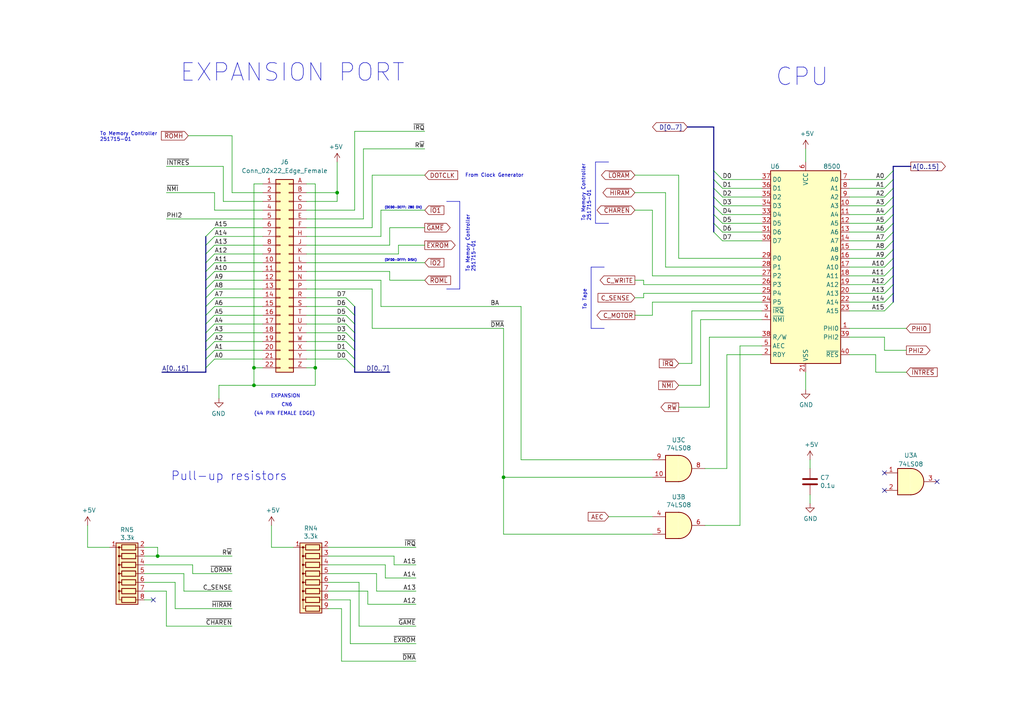
<source format=kicad_sch>
(kicad_sch (version 20230121) (generator eeschema)
  (paper "A4")
  (title_block (title "Commodore C64C - Assy 250469-01 Rev. A") (date "2023-04-02") (rev "2") (company "https://github.com/KicadRetroArchive") (comment 1 "KiCad schematic licensed under CERN-OHL-S") (comment 2 "WARNING: These schematics might contain errors!") (comment 3 "Author: Andrea Cisternino <andrea.cisternino@posteo.net>"))
  (lib_symbols
    (symbol "74xx:74LS08" (pin_names (offset 1.016))
      (property "Reference" "U" (at 0 1.27 0))
      (property "Value" "74LS08" (at 0 -1.27 0))
      (symbol "74LS08_1_1"
        (arc (start 0 -3.81) (mid 3.7934 0) (end 0 3.81) (stroke (width 0.254)) (fill (type background)))
        (polyline (pts (xy 0 3.81) (xy -3.81 3.81) (xy -3.81 -3.81) (xy 0 -3.81)) (stroke (width 0.254)) (fill (type background)))
        (pin input line (at -7.62 2.54 0) (length 3.81) (name "~") (number "1"))
        (pin input line (at -7.62 -2.54 0) (length 3.81) (name "~") (number "2"))
        (pin output line (at 7.62 0 180) (length 3.81) (name "~") (number "3"))
      )
      (symbol "74LS08_1_2"
        (arc (start -3.81 -3.81) (mid -2.589 0) (end -3.81 3.81) (stroke (width 0.254)))
        (arc (start -0.6096 -3.81) (mid 2.1842 -2.5851) (end 3.81 0) (stroke (width 0.254)) (fill (type background)))
        (polyline (pts (xy -3.81 -3.81) (xy -0.635 -3.81)) (stroke (width 0.254)) (fill (type background)))
        (polyline (pts (xy -3.81 3.81) (xy -0.635 3.81)) (stroke (width 0.254)) (fill (type background)))
        (polyline (pts (xy -0.635 3.81) (xy -3.81 3.81) (xy -3.81 3.81) (xy -3.556 3.4036) (xy -3.0226 2.2606) (xy -2.6924 1.0414) (xy -2.6162 -0.254) (xy -2.7686 -1.4986) (xy -3.175 -2.7178) (xy -3.81 -3.81) (xy -3.81 -3.81) (xy -0.635 -3.81)) (stroke (width -25.4)) (fill (type background)))
        (arc (start 3.81 0) (mid 2.1915 2.5936) (end -0.6096 3.81) (stroke (width 0.254)) (fill (type background)))
        (pin input inverted (at -7.62 2.54 0) (length 4.318) (name "~") (number "1"))
        (pin input inverted (at -7.62 -2.54 0) (length 4.318) (name "~") (number "2"))
        (pin output inverted (at 7.62 0 180) (length 3.81) (name "~") (number "3"))
      )
      (symbol "74LS08_2_1"
        (arc (start 0 -3.81) (mid 3.7934 0) (end 0 3.81) (stroke (width 0.254)) (fill (type background)))
        (polyline (pts (xy 0 3.81) (xy -3.81 3.81) (xy -3.81 -3.81) (xy 0 -3.81)) (stroke (width 0.254)) (fill (type background)))
        (pin input line (at -7.62 2.54 0) (length 3.81) (name "~") (number "4"))
        (pin input line (at -7.62 -2.54 0) (length 3.81) (name "~") (number "5"))
        (pin output line (at 7.62 0 180) (length 3.81) (name "~") (number "6"))
      )
      (symbol "74LS08_2_2"
        (arc (start -3.81 -3.81) (mid -2.589 0) (end -3.81 3.81) (stroke (width 0.254)))
        (arc (start -0.6096 -3.81) (mid 2.1842 -2.5851) (end 3.81 0) (stroke (width 0.254)) (fill (type background)))
        (polyline (pts (xy -3.81 -3.81) (xy -0.635 -3.81)) (stroke (width 0.254)) (fill (type background)))
        (polyline (pts (xy -3.81 3.81) (xy -0.635 3.81)) (stroke (width 0.254)) (fill (type background)))
        (polyline (pts (xy -0.635 3.81) (xy -3.81 3.81) (xy -3.81 3.81) (xy -3.556 3.4036) (xy -3.0226 2.2606) (xy -2.6924 1.0414) (xy -2.6162 -0.254) (xy -2.7686 -1.4986) (xy -3.175 -2.7178) (xy -3.81 -3.81) (xy -3.81 -3.81) (xy -0.635 -3.81)) (stroke (width -25.4)) (fill (type background)))
        (arc (start 3.81 0) (mid 2.1915 2.5936) (end -0.6096 3.81) (stroke (width 0.254)) (fill (type background)))
        (pin input inverted (at -7.62 2.54 0) (length 4.318) (name "~") (number "4"))
        (pin input inverted (at -7.62 -2.54 0) (length 4.318) (name "~") (number "5"))
        (pin output inverted (at 7.62 0 180) (length 3.81) (name "~") (number "6"))
      )
      (symbol "74LS08_3_1"
        (arc (start 0 -3.81) (mid 3.7934 0) (end 0 3.81) (stroke (width 0.254)) (fill (type background)))
        (polyline (pts (xy 0 3.81) (xy -3.81 3.81) (xy -3.81 -3.81) (xy 0 -3.81)) (stroke (width 0.254)) (fill (type background)))
        (pin input line (at -7.62 -2.54 0) (length 3.81) (name "~") (number "10"))
        (pin output line (at 7.62 0 180) (length 3.81) (name "~") (number "8"))
        (pin input line (at -7.62 2.54 0) (length 3.81) (name "~") (number "9"))
      )
      (symbol "74LS08_3_2"
        (arc (start -3.81 -3.81) (mid -2.589 0) (end -3.81 3.81) (stroke (width 0.254)))
        (arc (start -0.6096 -3.81) (mid 2.1842 -2.5851) (end 3.81 0) (stroke (width 0.254)) (fill (type background)))
        (polyline (pts (xy -3.81 -3.81) (xy -0.635 -3.81)) (stroke (width 0.254)) (fill (type background)))
        (polyline (pts (xy -3.81 3.81) (xy -0.635 3.81)) (stroke (width 0.254)) (fill (type background)))
        (polyline (pts (xy -0.635 3.81) (xy -3.81 3.81) (xy -3.81 3.81) (xy -3.556 3.4036) (xy -3.0226 2.2606) (xy -2.6924 1.0414) (xy -2.6162 -0.254) (xy -2.7686 -1.4986) (xy -3.175 -2.7178) (xy -3.81 -3.81) (xy -3.81 -3.81) (xy -0.635 -3.81)) (stroke (width -25.4)) (fill (type background)))
        (arc (start 3.81 0) (mid 2.1915 2.5936) (end -0.6096 3.81) (stroke (width 0.254)) (fill (type background)))
        (pin input inverted (at -7.62 -2.54 0) (length 4.318) (name "~") (number "10"))
        (pin output inverted (at 7.62 0 180) (length 3.81) (name "~") (number "8"))
        (pin input inverted (at -7.62 2.54 0) (length 4.318) (name "~") (number "9"))
      )
      (symbol "74LS08_4_1"
        (arc (start 0 -3.81) (mid 3.7934 0) (end 0 3.81) (stroke (width 0.254)) (fill (type background)))
        (polyline (pts (xy 0 3.81) (xy -3.81 3.81) (xy -3.81 -3.81) (xy 0 -3.81)) (stroke (width 0.254)) (fill (type background)))
        (pin output line (at 7.62 0 180) (length 3.81) (name "~") (number "11"))
        (pin input line (at -7.62 2.54 0) (length 3.81) (name "~") (number "12"))
        (pin input line (at -7.62 -2.54 0) (length 3.81) (name "~") (number "13"))
      )
      (symbol "74LS08_4_2"
        (arc (start -3.81 -3.81) (mid -2.589 0) (end -3.81 3.81) (stroke (width 0.254)))
        (arc (start -0.6096 -3.81) (mid 2.1842 -2.5851) (end 3.81 0) (stroke (width 0.254)) (fill (type background)))
        (polyline (pts (xy -3.81 -3.81) (xy -0.635 -3.81)) (stroke (width 0.254)) (fill (type background)))
        (polyline (pts (xy -3.81 3.81) (xy -0.635 3.81)) (stroke (width 0.254)) (fill (type background)))
        (polyline (pts (xy -0.635 3.81) (xy -3.81 3.81) (xy -3.81 3.81) (xy -3.556 3.4036) (xy -3.0226 2.2606) (xy -2.6924 1.0414) (xy -2.6162 -0.254) (xy -2.7686 -1.4986) (xy -3.175 -2.7178) (xy -3.81 -3.81) (xy -3.81 -3.81) (xy -0.635 -3.81)) (stroke (width -25.4)) (fill (type background)))
        (arc (start 3.81 0) (mid 2.1915 2.5936) (end -0.6096 3.81) (stroke (width 0.254)) (fill (type background)))
        (pin output inverted (at 7.62 0 180) (length 3.81) (name "~") (number "11"))
        (pin input inverted (at -7.62 2.54 0) (length 4.318) (name "~") (number "12"))
        (pin input inverted (at -7.62 -2.54 0) (length 4.318) (name "~") (number "13"))
      )
      (symbol "74LS08_5_0"
        (pin power_in line (at 0 12.7 270) (length 5.08) (name "VCC") (number "14"))
        (pin power_in line (at 0 -12.7 90) (length 5.08) (name "GND") (number "7"))
      )
      (symbol "74LS08_5_1"
        (rectangle (start -5.08 7.62) (end 5.08 -7.62) (stroke (width 0.254)) (fill (type background)))
      )
    )
    (symbol "C64-C-250469:Conn_02x22_Edge_Female" (pin_names (offset 1.016) hide)
      (property "Reference" "J" (at 0 27.94 0))
      (property "Value" "Conn_02x22_Edge_Female" (at 0 -30.48 0))
      (symbol "Conn_02x22_Edge_Female_1_1"
        (rectangle (start -2.54 -27.813) (end -1.27 -28.067) (stroke (width 0.1524)))
        (rectangle (start -2.54 -25.273) (end -1.27 -25.527) (stroke (width 0.1524)))
        (rectangle (start -2.54 -22.733) (end -1.27 -22.987) (stroke (width 0.1524)))
        (rectangle (start -2.54 -20.193) (end -1.27 -20.447) (stroke (width 0.1524)))
        (rectangle (start -2.54 -17.653) (end -1.27 -17.907) (stroke (width 0.1524)))
        (rectangle (start -2.54 -15.113) (end -1.27 -15.367) (stroke (width 0.1524)))
        (rectangle (start -2.54 -12.573) (end -1.27 -12.827) (stroke (width 0.1524)))
        (rectangle (start -2.54 -10.033) (end -1.27 -10.287) (stroke (width 0.1524)))
        (rectangle (start -2.54 -7.493) (end -1.27 -7.747) (stroke (width 0.1524)))
        (rectangle (start -2.54 -4.953) (end -1.27 -5.207) (stroke (width 0.1524)))
        (rectangle (start -2.54 -2.413) (end -1.27 -2.667) (stroke (width 0.1524)))
        (rectangle (start -2.54 0.127) (end -1.27 -0.127) (stroke (width 0.1524)))
        (rectangle (start -2.54 2.667) (end -1.27 2.413) (stroke (width 0.1524)))
        (rectangle (start -2.54 5.207) (end -1.27 4.953) (stroke (width 0.1524)))
        (rectangle (start -2.54 7.747) (end -1.27 7.493) (stroke (width 0.1524)))
        (rectangle (start -2.54 10.287) (end -1.27 10.033) (stroke (width 0.1524)))
        (rectangle (start -2.54 12.827) (end -1.27 12.573) (stroke (width 0.1524)))
        (rectangle (start -2.54 15.367) (end -1.27 15.113) (stroke (width 0.1524)))
        (rectangle (start -2.54 17.907) (end -1.27 17.653) (stroke (width 0.1524)))
        (rectangle (start -2.54 20.447) (end -1.27 20.193) (stroke (width 0.1524)))
        (rectangle (start -2.54 22.987) (end -1.27 22.733) (stroke (width 0.1524)))
        (rectangle (start -2.54 25.527) (end -1.27 25.273) (stroke (width 0.1524)))
        (rectangle (start -2.54 26.67) (end 2.54 -29.21) (stroke (width 0.254)) (fill (type background)))
        (rectangle (start 2.54 -27.813) (end 1.27 -28.067) (stroke (width 0.1524)))
        (rectangle (start 2.54 -25.273) (end 1.27 -25.527) (stroke (width 0.1524)))
        (rectangle (start 2.54 -22.733) (end 1.27 -22.987) (stroke (width 0.1524)))
        (rectangle (start 2.54 -20.193) (end 1.27 -20.447) (stroke (width 0.1524)))
        (rectangle (start 2.54 -17.653) (end 1.27 -17.907) (stroke (width 0.1524)))
        (rectangle (start 2.54 -15.113) (end 1.27 -15.367) (stroke (width 0.1524)))
        (rectangle (start 2.54 -12.573) (end 1.27 -12.827) (stroke (width 0.1524)))
        (rectangle (start 2.54 -10.033) (end 1.27 -10.287) (stroke (width 0.1524)))
        (rectangle (start 2.54 -7.493) (end 1.27 -7.747) (stroke (width 0.1524)))
        (rectangle (start 2.54 -4.953) (end 1.27 -5.207) (stroke (width 0.1524)))
        (rectangle (start 2.54 -2.413) (end 1.27 -2.667) (stroke (width 0.1524)))
        (rectangle (start 2.54 0.127) (end 1.27 -0.127) (stroke (width 0.1524)))
        (rectangle (start 2.54 2.667) (end 1.27 2.413) (stroke (width 0.1524)))
        (rectangle (start 2.54 5.207) (end 1.27 4.953) (stroke (width 0.1524)))
        (rectangle (start 2.54 7.747) (end 1.27 7.493) (stroke (width 0.1524)))
        (rectangle (start 2.54 10.287) (end 1.27 10.033) (stroke (width 0.1524)))
        (rectangle (start 2.54 12.827) (end 1.27 12.573) (stroke (width 0.1524)))
        (rectangle (start 2.54 15.367) (end 1.27 15.113) (stroke (width 0.1524)))
        (rectangle (start 2.54 17.907) (end 1.27 17.653) (stroke (width 0.1524)))
        (rectangle (start 2.54 20.447) (end 1.27 20.193) (stroke (width 0.1524)))
        (rectangle (start 2.54 22.987) (end 1.27 22.733) (stroke (width 0.1524)))
        (rectangle (start 2.54 25.527) (end 1.27 25.273) (stroke (width 0.1524)))
        (pin passive line (at -6.35 25.4 0) (length 3.81) (name "Pin_1") (number "1"))
        (pin passive line (at -6.35 2.54 0) (length 3.81) (name "Pin_10") (number "10"))
        (pin passive line (at -6.35 0 0) (length 3.81) (name "Pin_11") (number "11"))
        (pin passive line (at -6.35 -2.54 0) (length 3.81) (name "Pin_12") (number "12"))
        (pin passive line (at -6.35 -5.08 0) (length 3.81) (name "Pin_13") (number "13"))
        (pin passive line (at -6.35 -7.62 0) (length 3.81) (name "Pin_14") (number "14"))
        (pin passive line (at -6.35 -10.16 0) (length 3.81) (name "Pin_15") (number "15"))
        (pin passive line (at -6.35 -12.7 0) (length 3.81) (name "Pin_16") (number "16"))
        (pin passive line (at -6.35 -15.24 0) (length 3.81) (name "Pin_17") (number "17"))
        (pin passive line (at -6.35 -17.78 0) (length 3.81) (name "Pin_18") (number "18"))
        (pin passive line (at -6.35 -20.32 0) (length 3.81) (name "Pin_19") (number "19"))
        (pin passive line (at -6.35 22.86 0) (length 3.81) (name "Pin_2") (number "2"))
        (pin passive line (at -6.35 -22.86 0) (length 3.81) (name "Pin_20") (number "20"))
        (pin passive line (at -6.35 -25.4 0) (length 3.81) (name "Pin_21") (number "21"))
        (pin passive line (at -6.35 -27.94 0) (length 3.81) (name "Pin_22") (number "22"))
        (pin passive line (at -6.35 20.32 0) (length 3.81) (name "Pin_3") (number "3"))
        (pin passive line (at -6.35 17.78 0) (length 3.81) (name "Pin_4") (number "4"))
        (pin passive line (at -6.35 15.24 0) (length 3.81) (name "Pin_5") (number "5"))
        (pin passive line (at -6.35 12.7 0) (length 3.81) (name "Pin_6") (number "6"))
        (pin passive line (at -6.35 10.16 0) (length 3.81) (name "Pin_7") (number "7"))
        (pin passive line (at -6.35 7.62 0) (length 3.81) (name "Pin_8") (number "8"))
        (pin passive line (at -6.35 5.08 0) (length 3.81) (name "Pin_9") (number "9"))
        (pin passive line (at 6.35 25.4 180) (length 3.81) (name "Pin_A") (number "A"))
        (pin passive line (at 6.35 22.86 180) (length 3.81) (name "Pin_B") (number "B"))
        (pin passive line (at 6.35 20.32 180) (length 3.81) (name "Pin_C") (number "C"))
        (pin passive line (at 6.35 17.78 180) (length 3.81) (name "Pin_D") (number "D"))
        (pin passive line (at 6.35 15.24 180) (length 3.81) (name "Pin_E") (number "E"))
        (pin passive line (at 6.35 12.7 180) (length 3.81) (name "Pin_F") (number "F"))
        (pin passive line (at 6.35 10.16 180) (length 3.81) (name "Pin_H") (number "H"))
        (pin passive line (at 6.35 7.62 180) (length 3.81) (name "Pin_J") (number "J"))
        (pin passive line (at 6.35 5.08 180) (length 3.81) (name "Pin_K") (number "K"))
        (pin passive line (at 6.35 2.54 180) (length 3.81) (name "Pin_L") (number "L"))
        (pin passive line (at 6.35 0 180) (length 3.81) (name "Pin_M") (number "M"))
        (pin passive line (at 6.35 -2.54 180) (length 3.81) (name "Pin_N") (number "N"))
        (pin passive line (at 6.35 -5.08 180) (length 3.81) (name "Pin_P") (number "P"))
        (pin passive line (at 6.35 -7.62 180) (length 3.81) (name "Pin_R") (number "R"))
        (pin passive line (at 6.35 -10.16 180) (length 3.81) (name "Pin_S") (number "S"))
        (pin passive line (at 6.35 -12.7 180) (length 3.81) (name "Pin_T") (number "T"))
        (pin passive line (at 6.35 -15.24 180) (length 3.81) (name "Pin_U") (number "U"))
        (pin passive line (at 6.35 -17.78 180) (length 3.81) (name "Pin_V") (number "V"))
        (pin passive line (at 6.35 -20.32 180) (length 3.81) (name "Pin_W") (number "W"))
        (pin passive line (at 6.35 -22.86 180) (length 3.81) (name "Pin_X") (number "X"))
        (pin passive line (at 6.35 -25.4 180) (length 3.81) (name "Pin_Y") (number "Y"))
        (pin passive line (at 6.35 -27.94 180) (length 3.81) (name "Pin_Z") (number "Z"))
      )
    )
    (symbol "Device:C" (pin_numbers hide) (pin_names (offset 0.254))
      (property "Reference" "C" (at 0.635 2.54 0))
      (property "Value" "C" (at 0.635 -2.54 0))
      (symbol "C_0_1"
        (polyline (pts (xy -2.032 -0.762) (xy 2.032 -0.762)) (stroke (width 0.508)))
        (polyline (pts (xy -2.032 0.762) (xy 2.032 0.762)) (stroke (width 0.508)))
      )
      (symbol "C_1_1"
        (pin passive line (at 0 3.81 270) (length 2.794) (name "~") (number "1"))
        (pin passive line (at 0 -3.81 90) (length 2.794) (name "~") (number "2"))
      )
    )
    (symbol "Device:R_Network07" (pin_names (offset 0) hide)
      (property "Reference" "RN" (at -10.16 0 90))
      (property "Value" "R_Network07" (at 10.16 0 90))
      (symbol "R_Network07_0_1"
        (rectangle (start -8.89 -3.175) (end 8.89 3.175) (stroke (width 0.254)) (fill (type background)))
        (rectangle (start -8.382 1.524) (end -6.858 -2.54) (stroke (width 0.254)))
        (circle (center -7.62 2.286) (radius 0.254) (fill (type outline)))
        (rectangle (start -5.842 1.524) (end -4.318 -2.54) (stroke (width 0.254)))
        (circle (center -5.08 2.286) (radius 0.254) (fill (type outline)))
        (rectangle (start -3.302 1.524) (end -1.778 -2.54) (stroke (width 0.254)))
        (circle (center -2.54 2.286) (radius 0.254) (fill (type outline)))
        (rectangle (start -0.762 1.524) (end 0.762 -2.54) (stroke (width 0.254)))
        (polyline (pts (xy -7.62 -2.54) (xy -7.62 -3.81)))
        (polyline (pts (xy -5.08 -2.54) (xy -5.08 -3.81)))
        (polyline (pts (xy -2.54 -2.54) (xy -2.54 -3.81)))
        (polyline (pts (xy 0 -2.54) (xy 0 -3.81)))
        (polyline (pts (xy 2.54 -2.54) (xy 2.54 -3.81)))
        (polyline (pts (xy 5.08 -2.54) (xy 5.08 -3.81)))
        (polyline (pts (xy 7.62 -2.54) (xy 7.62 -3.81)))
        (polyline (pts (xy -7.62 1.524) (xy -7.62 2.286) (xy -5.08 2.286) (xy -5.08 1.524)))
        (polyline (pts (xy -5.08 1.524) (xy -5.08 2.286) (xy -2.54 2.286) (xy -2.54 1.524)))
        (polyline (pts (xy -2.54 1.524) (xy -2.54 2.286) (xy 0 2.286) (xy 0 1.524)))
        (polyline (pts (xy 0 1.524) (xy 0 2.286) (xy 2.54 2.286) (xy 2.54 1.524)))
        (polyline (pts (xy 2.54 1.524) (xy 2.54 2.286) (xy 5.08 2.286) (xy 5.08 1.524)))
        (polyline (pts (xy 5.08 1.524) (xy 5.08 2.286) (xy 7.62 2.286) (xy 7.62 1.524)))
        (circle (center 0 2.286) (radius 0.254) (fill (type outline)))
        (rectangle (start 1.778 1.524) (end 3.302 -2.54) (stroke (width 0.254)))
        (circle (center 2.54 2.286) (radius 0.254) (fill (type outline)))
        (rectangle (start 4.318 1.524) (end 5.842 -2.54) (stroke (width 0.254)))
        (circle (center 5.08 2.286) (radius 0.254) (fill (type outline)))
        (rectangle (start 6.858 1.524) (end 8.382 -2.54) (stroke (width 0.254)))
      )
      (symbol "R_Network07_1_1"
        (pin passive line (at -7.62 5.08 270) (length 2.54) (name "common") (number "1"))
        (pin passive line (at -7.62 -5.08 90) (length 1.27) (name "R1") (number "2"))
        (pin passive line (at -5.08 -5.08 90) (length 1.27) (name "R2") (number "3"))
        (pin passive line (at -2.54 -5.08 90) (length 1.27) (name "R3") (number "4"))
        (pin passive line (at 0 -5.08 90) (length 1.27) (name "R4") (number "5"))
        (pin passive line (at 2.54 -5.08 90) (length 1.27) (name "R5") (number "6"))
        (pin passive line (at 5.08 -5.08 90) (length 1.27) (name "R6") (number "7"))
        (pin passive line (at 7.62 -5.08 90) (length 1.27) (name "R7") (number "8"))
      )
    )
    (symbol "Device:R_Network08" (pin_names (offset 0) hide)
      (property "Reference" "RN" (at -12.7 0 90))
      (property "Value" "R_Network08" (at 10.16 0 90))
      (symbol "R_Network08_0_1"
        (rectangle (start -11.43 -3.175) (end 8.89 3.175) (stroke (width 0.254)) (fill (type background)))
        (rectangle (start -10.922 1.524) (end -9.398 -2.54) (stroke (width 0.254)))
        (circle (center -10.16 2.286) (radius 0.254) (fill (type outline)))
        (rectangle (start -8.382 1.524) (end -6.858 -2.54) (stroke (width 0.254)))
        (circle (center -7.62 2.286) (radius 0.254) (fill (type outline)))
        (rectangle (start -5.842 1.524) (end -4.318 -2.54) (stroke (width 0.254)))
        (circle (center -5.08 2.286) (radius 0.254) (fill (type outline)))
        (rectangle (start -3.302 1.524) (end -1.778 -2.54) (stroke (width 0.254)))
        (circle (center -2.54 2.286) (radius 0.254) (fill (type outline)))
        (rectangle (start -0.762 1.524) (end 0.762 -2.54) (stroke (width 0.254)))
        (polyline (pts (xy -10.16 -2.54) (xy -10.16 -3.81)))
        (polyline (pts (xy -7.62 -2.54) (xy -7.62 -3.81)))
        (polyline (pts (xy -5.08 -2.54) (xy -5.08 -3.81)))
        (polyline (pts (xy -2.54 -2.54) (xy -2.54 -3.81)))
        (polyline (pts (xy 0 -2.54) (xy 0 -3.81)))
        (polyline (pts (xy 2.54 -2.54) (xy 2.54 -3.81)))
        (polyline (pts (xy 5.08 -2.54) (xy 5.08 -3.81)))
        (polyline (pts (xy 7.62 -2.54) (xy 7.62 -3.81)))
        (polyline (pts (xy -10.16 1.524) (xy -10.16 2.286) (xy -7.62 2.286) (xy -7.62 1.524)))
        (polyline (pts (xy -7.62 1.524) (xy -7.62 2.286) (xy -5.08 2.286) (xy -5.08 1.524)))
        (polyline (pts (xy -5.08 1.524) (xy -5.08 2.286) (xy -2.54 2.286) (xy -2.54 1.524)))
        (polyline (pts (xy -2.54 1.524) (xy -2.54 2.286) (xy 0 2.286) (xy 0 1.524)))
        (polyline (pts (xy 0 1.524) (xy 0 2.286) (xy 2.54 2.286) (xy 2.54 1.524)))
        (polyline (pts (xy 2.54 1.524) (xy 2.54 2.286) (xy 5.08 2.286) (xy 5.08 1.524)))
        (polyline (pts (xy 5.08 1.524) (xy 5.08 2.286) (xy 7.62 2.286) (xy 7.62 1.524)))
        (circle (center 0 2.286) (radius 0.254) (fill (type outline)))
        (rectangle (start 1.778 1.524) (end 3.302 -2.54) (stroke (width 0.254)))
        (circle (center 2.54 2.286) (radius 0.254) (fill (type outline)))
        (rectangle (start 4.318 1.524) (end 5.842 -2.54) (stroke (width 0.254)))
        (circle (center 5.08 2.286) (radius 0.254) (fill (type outline)))
        (rectangle (start 6.858 1.524) (end 8.382 -2.54) (stroke (width 0.254)))
      )
      (symbol "R_Network08_1_1"
        (pin passive line (at -10.16 5.08 270) (length 2.54) (name "common") (number "1"))
        (pin passive line (at -10.16 -5.08 90) (length 1.27) (name "R1") (number "2"))
        (pin passive line (at -7.62 -5.08 90) (length 1.27) (name "R2") (number "3"))
        (pin passive line (at -5.08 -5.08 90) (length 1.27) (name "R3") (number "4"))
        (pin passive line (at -2.54 -5.08 90) (length 1.27) (name "R4") (number "5"))
        (pin passive line (at 0 -5.08 90) (length 1.27) (name "R5") (number "6"))
        (pin passive line (at 2.54 -5.08 90) (length 1.27) (name "R6") (number "7"))
        (pin passive line (at 5.08 -5.08 90) (length 1.27) (name "R7") (number "8"))
        (pin passive line (at 7.62 -5.08 90) (length 1.27) (name "R8") (number "9"))
      )
    )
    (symbol "krl_MOS-Technology:8500"
      (property "Reference" "U" (at -8.89 29.21 0))
      (property "Value" "8500" (at 7.62 29.21 0))
      (symbol "8500_0_1"
        (rectangle (start -10.16 27.94) (end 10.16 -27.94) (stroke (width 0.254)) (fill (type background)))
      )
      (symbol "8500_1_1"
        (pin input line (at 12.7 -17.78 180) (length 2.54) (name "PHI0") (number "1"))
        (pin output line (at 12.7 17.78 180) (length 2.54) (name "A3") (number "10"))
        (pin output line (at 12.7 15.24 180) (length 2.54) (name "A4") (number "11"))
        (pin output line (at 12.7 12.7 180) (length 2.54) (name "A5") (number "12"))
        (pin output line (at 12.7 10.16 180) (length 2.54) (name "A6") (number "13"))
        (pin output line (at 12.7 7.62 180) (length 2.54) (name "A7") (number "14"))
        (pin output line (at 12.7 5.08 180) (length 2.54) (name "A8") (number "15"))
        (pin output line (at 12.7 2.54 180) (length 2.54) (name "A9") (number "16"))
        (pin output line (at 12.7 0 180) (length 2.54) (name "A10") (number "17"))
        (pin output line (at 12.7 -2.54 180) (length 2.54) (name "A11") (number "18"))
        (pin output line (at 12.7 -5.08 180) (length 2.54) (name "A12") (number "19"))
        (pin input line (at -12.7 -25.4 0) (length 2.54) (name "RDY") (number "2"))
        (pin output line (at 12.7 -7.62 180) (length 2.54) (name "A13") (number "20"))
        (pin power_in line (at 0 -30.48 90) (length 2.54) (name "VSS") (number "21"))
        (pin output line (at 12.7 -10.16 180) (length 2.54) (name "A14") (number "22"))
        (pin output line (at 12.7 -12.7 180) (length 2.54) (name "A15") (number "23"))
        (pin bidirectional line (at -12.7 -10.16 0) (length 2.54) (name "P5") (number "24"))
        (pin bidirectional line (at -12.7 -7.62 0) (length 2.54) (name "P4") (number "25"))
        (pin bidirectional line (at -12.7 -5.08 0) (length 2.54) (name "P3") (number "26"))
        (pin bidirectional line (at -12.7 -2.54 0) (length 2.54) (name "P2") (number "27"))
        (pin bidirectional line (at -12.7 0 0) (length 2.54) (name "P1") (number "28"))
        (pin bidirectional line (at -12.7 2.54 0) (length 2.54) (name "P0") (number "29"))
        (pin input line (at -12.7 -12.7 0) (length 2.54) (name "~{IRQ}") (number "3"))
        (pin bidirectional line (at -12.7 7.62 0) (length 2.54) (name "D7") (number "30"))
        (pin bidirectional line (at -12.7 10.16 0) (length 2.54) (name "D6") (number "31"))
        (pin bidirectional line (at -12.7 12.7 0) (length 2.54) (name "D5") (number "32"))
        (pin bidirectional line (at -12.7 15.24 0) (length 2.54) (name "D4") (number "33"))
        (pin bidirectional line (at -12.7 17.78 0) (length 2.54) (name "D3") (number "34"))
        (pin bidirectional line (at -12.7 20.32 0) (length 2.54) (name "D2") (number "35"))
        (pin bidirectional line (at -12.7 22.86 0) (length 2.54) (name "D1") (number "36"))
        (pin bidirectional line (at -12.7 25.4 0) (length 2.54) (name "D0") (number "37"))
        (pin output line (at -12.7 -20.32 0) (length 2.54) (name "R/W") (number "38"))
        (pin output line (at 12.7 -20.32 180) (length 2.54) (name "PHI2") (number "39"))
        (pin input line (at -12.7 -15.24 0) (length 2.54) (name "~{NMI}") (number "4"))
        (pin input line (at 12.7 -25.4 180) (length 2.54) (name "~{RES}") (number "40"))
        (pin input line (at -12.7 -22.86 0) (length 2.54) (name "AEC") (number "5"))
        (pin power_in line (at 0 30.48 270) (length 2.54) (name "VCC") (number "6"))
        (pin output line (at 12.7 25.4 180) (length 2.54) (name "A0") (number "7"))
        (pin output line (at 12.7 22.86 180) (length 2.54) (name "A1") (number "8"))
        (pin output line (at 12.7 20.32 180) (length 2.54) (name "A2") (number "9"))
      )
    )
    (symbol "power:+5V" (power) (pin_names (offset 0))
      (property "Value" "+5V" (at 0 3.556 0))
      (symbol "+5V_0_1"
        (polyline (pts (xy -0.762 1.27) (xy 0 2.54)))
        (polyline (pts (xy 0 0) (xy 0 2.54)))
        (polyline (pts (xy 0 2.54) (xy 0.762 1.27)))
      )
      (symbol "+5V_1_1"
        (pin power_in line (at 0 0 90) (length 0) hide (name "+5V") (number "1"))
      )
    )
    (symbol "power:GND" (power) (pin_names (offset 0))
      (property "Value" "GND" (at 0 -3.81 0))
      (symbol "GND_0_1"
        (polyline (pts (xy 0 0) (xy 0 -1.27) (xy 1.27 -1.27) (xy 0 -2.54) (xy -1.27 -1.27) (xy 0 -1.27)))
      )
      (symbol "GND_1_1"
        (pin power_in line (at 0 0 270) (length 0) hide (name "GND") (number "1"))
      )
    )
  )
  (junction (at 45.72 161.29))
  (junction (at 73.66 111.76))
  (junction (at 73.66 106.68))
  (junction (at 97.79 55.88))
  (junction (at 91.44 106.68))
  (junction (at 146.05 138.43))
  (no_connect (at 256.54 142.24))
  (no_connect (at 256.54 137.16))
  (no_connect (at 271.78 139.7))
  (no_connect (at 44.45 173.99))
  (bus_entry (at 256.54 74.93) (size 2.54 -2.54))
  (bus_entry (at 62.23 78.74) (size -2.54 2.54))
  (bus_entry (at 256.54 72.39) (size 2.54 -2.54))
  (bus_entry (at 62.23 86.36) (size -2.54 2.54))
  (bus_entry (at 62.23 83.82) (size -2.54 2.54))
  (bus_entry (at 256.54 82.55) (size 2.54 -2.54))
  (bus_entry (at 207.01 64.77) (size 2.54 2.54))
  (bus_entry (at 100.33 96.52) (size 2.54 2.54))
  (bus_entry (at 100.33 101.6) (size 2.54 2.54))
  (bus_entry (at 256.54 90.17) (size 2.54 -2.54))
  (bus_entry (at 62.23 91.44) (size -2.54 2.54))
  (bus_entry (at 256.54 64.77) (size 2.54 -2.54))
  (bus_entry (at 100.33 86.36) (size 2.54 2.54))
  (bus_entry (at 62.23 104.14) (size -2.54 2.54))
  (bus_entry (at 62.23 81.28) (size -2.54 2.54))
  (bus_entry (at 62.23 88.9) (size -2.54 2.54))
  (bus_entry (at 256.54 54.61) (size 2.54 -2.54))
  (bus_entry (at 62.23 71.12) (size -2.54 2.54))
  (bus_entry (at 207.01 52.07) (size 2.54 2.54))
  (bus_entry (at 100.33 88.9) (size 2.54 2.54))
  (bus_entry (at 256.54 87.63) (size 2.54 -2.54))
  (bus_entry (at 62.23 73.66) (size -2.54 2.54))
  (bus_entry (at 100.33 91.44) (size 2.54 2.54))
  (bus_entry (at 256.54 67.31) (size 2.54 -2.54))
  (bus_entry (at 256.54 62.23) (size 2.54 -2.54))
  (bus_entry (at 62.23 96.52) (size -2.54 2.54))
  (bus_entry (at 62.23 93.98) (size -2.54 2.54))
  (bus_entry (at 62.23 101.6) (size -2.54 2.54))
  (bus_entry (at 256.54 80.01) (size 2.54 -2.54))
  (bus_entry (at 256.54 52.07) (size 2.54 -2.54))
  (bus_entry (at 256.54 69.85) (size 2.54 -2.54))
  (bus_entry (at 62.23 68.58) (size -2.54 2.54))
  (bus_entry (at 256.54 57.15) (size 2.54 -2.54))
  (bus_entry (at 207.01 57.15) (size 2.54 2.54))
  (bus_entry (at 62.23 76.2) (size -2.54 2.54))
  (bus_entry (at 207.01 54.61) (size 2.54 2.54))
  (bus_entry (at 209.55 52.07) (size -2.54 -2.54))
  (bus_entry (at 207.01 62.23) (size 2.54 2.54))
  (bus_entry (at 62.23 66.04) (size -2.54 2.54))
  (bus_entry (at 100.33 99.06) (size 2.54 2.54))
  (bus_entry (at 207.01 59.69) (size 2.54 2.54))
  (bus_entry (at 100.33 104.14) (size 2.54 2.54))
  (bus_entry (at 100.33 93.98) (size 2.54 2.54))
  (bus_entry (at 62.23 99.06) (size -2.54 2.54))
  (bus_entry (at 256.54 59.69) (size 2.54 -2.54))
  (bus_entry (at 256.54 77.47) (size 2.54 -2.54))
  (bus_entry (at 207.01 67.31) (size 2.54 2.54))
  (bus_entry (at 256.54 85.09) (size 2.54 -2.54))
  (bus (pts (xy 207.01 62.23) (xy 207.01 64.77)))
  (wire (pts (xy 115.57 71.12) (xy 123.19 71.12)))
  (wire (pts (xy 88.9 86.36) (xy 100.33 86.36)))
  (wire (pts (xy 76.2 83.82) (xy 62.23 83.82)))
  (bus (pts (xy 207.01 36.83) (xy 199.39 36.83)))
  (wire (pts (xy 95.25 168.91) (xy 104.14 168.91)))
  (wire (pts (xy 246.38 52.07) (xy 256.54 52.07)))
  (bus (pts (xy 259.08 77.47) (xy 259.08 80.01)))
  (polyline (pts (xy 172.72 64.77) (xy 172.72 46.99)))
  (wire (pts (xy 99.06 191.77) (xy 120.65 191.77)))
  (wire (pts (xy 95.25 166.37) (xy 109.22 166.37)))
  (wire (pts (xy 76.2 71.12) (xy 62.23 71.12)))
  (wire (pts (xy 41.91 166.37) (xy 53.34 166.37)))
  (wire (pts (xy 41.91 168.91) (xy 50.8 168.91)))
  (wire (pts (xy 113.03 71.12) (xy 113.03 66.04)))
  (wire (pts (xy 88.9 53.34) (xy 91.44 53.34)))
  (wire (pts (xy 115.57 73.66) (xy 115.57 71.12)))
  (wire (pts (xy 246.38 62.23) (xy 256.54 62.23)))
  (wire (pts (xy 110.49 60.96) (xy 123.19 60.96)))
  (wire (pts (xy 88.9 73.66) (xy 115.57 73.66)))
  (bus (pts (xy 102.87 96.52) (xy 102.87 99.06)))
  (wire (pts (xy 55.88 163.83) (xy 55.88 166.37)))
  (wire (pts (xy 107.95 50.8) (xy 123.19 50.8)))
  (wire (pts (xy 50.8 168.91) (xy 50.8 176.53)))
  (wire (pts (xy 88.9 71.12) (xy 113.03 71.12)))
  (wire (pts (xy 76.2 81.28) (xy 62.23 81.28)))
  (wire (pts (xy 53.34 171.45) (xy 67.31 171.45)))
  (wire (pts (xy 200.66 105.41) (xy 196.85 105.41)))
  (bus (pts (xy 59.69 88.9) (xy 59.69 91.44)))
  (wire (pts (xy 41.91 163.83) (xy 55.88 163.83)))
  (wire (pts (xy 88.9 83.82) (xy 107.95 83.82)))
  (bus (pts (xy 59.69 106.68) (xy 59.69 107.95)))
  (wire (pts (xy 189.23 80.01) (xy 189.23 60.96)))
  (wire (pts (xy 53.34 166.37) (xy 53.34 171.45)))
  (wire (pts (xy 246.38 74.93) (xy 256.54 74.93)))
  (wire (pts (xy 220.98 67.31) (xy 209.55 67.31)))
  (wire (pts (xy 220.98 85.09) (xy 186.69 85.09)))
  (wire (pts (xy 78.74 152.4) (xy 78.74 158.75)))
  (wire (pts (xy 186.69 86.36) (xy 184.15 86.36)))
  (wire (pts (xy 107.95 83.82) (xy 107.95 95.25)))
  (wire (pts (xy 189.23 138.43) (xy 146.05 138.43)))
  (wire (pts (xy 88.9 91.44) (xy 100.33 91.44)))
  (wire (pts (xy 97.79 58.42) (xy 97.79 55.88)))
  (wire (pts (xy 210.82 102.87) (xy 220.98 102.87)))
  (wire (pts (xy 193.04 55.88) (xy 184.15 55.88)))
  (wire (pts (xy 220.98 90.17) (xy 200.66 90.17)))
  (wire (pts (xy 48.26 55.88) (xy 62.23 55.88)))
  (wire (pts (xy 76.2 101.6) (xy 62.23 101.6)))
  (wire (pts (xy 41.91 158.75) (xy 45.72 158.75)))
  (polyline (pts (xy 171.45 95.25) (xy 175.26 95.25)))
  (wire (pts (xy 97.79 55.88) (xy 97.79 46.99)))
  (wire (pts (xy 146.05 138.43) (xy 146.05 154.94)))
  (wire (pts (xy 88.9 96.52) (xy 100.33 96.52)))
  (wire (pts (xy 91.44 111.76) (xy 73.66 111.76)))
  (wire (pts (xy 210.82 102.87) (xy 210.82 135.89)))
  (bus (pts (xy 59.69 93.98) (xy 59.69 96.52)))
  (wire (pts (xy 76.2 86.36) (xy 62.23 86.36)))
  (bus (pts (xy 259.08 52.07) (xy 259.08 54.61)))
  (bus (pts (xy 207.01 57.15) (xy 207.01 59.69)))
  (wire (pts (xy 196.85 74.93) (xy 220.98 74.93)))
  (wire (pts (xy 88.9 55.88) (xy 97.79 55.88)))
  (bus (pts (xy 259.08 48.26) (xy 264.16 48.26)))
  (wire (pts (xy 107.95 95.25) (xy 146.05 95.25)))
  (wire (pts (xy 95.25 173.99) (xy 101.6 173.99)))
  (wire (pts (xy 73.66 111.76) (xy 63.5 111.76)))
  (wire (pts (xy 41.91 171.45) (xy 48.26 171.45)))
  (wire (pts (xy 110.49 68.58) (xy 110.49 60.96)))
  (wire (pts (xy 200.66 90.17) (xy 200.66 105.41)))
  (wire (pts (xy 203.2 92.71) (xy 203.2 111.76)))
  (bus (pts (xy 102.87 101.6) (xy 102.87 104.14)))
  (polyline (pts (xy 133.35 58.42) (xy 133.35 83.82)))
  (bus (pts (xy 102.87 88.9) (xy 102.87 91.44)))
  (wire (pts (xy 196.85 74.93) (xy 196.85 50.8)))
  (wire (pts (xy 186.69 85.09) (xy 186.69 86.36)))
  (wire (pts (xy 220.98 64.77) (xy 209.55 64.77)))
  (wire (pts (xy 246.38 102.87) (xy 254 102.87)))
  (wire (pts (xy 45.72 158.75) (xy 45.72 161.29)))
  (bus (pts (xy 259.08 67.31) (xy 259.08 69.85)))
  (bus (pts (xy 59.69 96.52) (xy 59.69 99.06)))
  (bus (pts (xy 207.01 64.77) (xy 207.01 67.31)))
  (wire (pts (xy 67.31 39.37) (xy 54.61 39.37)))
  (wire (pts (xy 114.3 163.83) (xy 120.65 163.83)))
  (wire (pts (xy 109.22 166.37) (xy 109.22 171.45)))
  (bus (pts (xy 59.69 104.14) (xy 59.69 106.68)))
  (wire (pts (xy 220.98 57.15) (xy 209.55 57.15)))
  (wire (pts (xy 55.88 166.37) (xy 67.31 166.37)))
  (polyline (pts (xy 171.45 77.47) (xy 171.45 95.25)))
  (bus (pts (xy 102.87 93.98) (xy 102.87 96.52)))
  (wire (pts (xy 64.77 48.26) (xy 48.26 48.26)))
  (wire (pts (xy 220.98 92.71) (xy 203.2 92.71)))
  (wire (pts (xy 110.49 81.28) (xy 110.49 88.9)))
  (wire (pts (xy 204.47 152.4) (xy 214.63 152.4)))
  (wire (pts (xy 73.66 53.34) (xy 73.66 106.68)))
  (wire (pts (xy 67.31 55.88) (xy 67.31 39.37)))
  (wire (pts (xy 113.03 66.04) (xy 123.19 66.04)))
  (wire (pts (xy 193.04 77.47) (xy 193.04 55.88)))
  (bus (pts (xy 259.08 64.77) (xy 259.08 67.31)))
  (wire (pts (xy 95.25 176.53) (xy 99.06 176.53)))
  (bus (pts (xy 59.69 86.36) (xy 59.69 88.9)))
  (wire (pts (xy 189.23 80.01) (xy 220.98 80.01)))
  (wire (pts (xy 48.26 181.61) (xy 67.31 181.61)))
  (wire (pts (xy 104.14 181.61) (xy 120.65 181.61)))
  (polyline (pts (xy 172.72 64.77) (xy 176.53 64.77)))
  (wire (pts (xy 111.76 167.64) (xy 120.65 167.64)))
  (wire (pts (xy 107.95 66.04) (xy 107.95 50.8)))
  (wire (pts (xy 73.66 106.68) (xy 73.66 111.76)))
  (bus (pts (xy 102.87 107.95) (xy 113.03 107.95)))
  (wire (pts (xy 203.2 111.76) (xy 196.85 111.76)))
  (wire (pts (xy 256.54 97.79) (xy 256.54 101.6)))
  (wire (pts (xy 64.77 58.42) (xy 64.77 48.26)))
  (wire (pts (xy 76.2 76.2) (xy 62.23 76.2)))
  (wire (pts (xy 102.87 60.96) (xy 102.87 38.1)))
  (wire (pts (xy 88.9 101.6) (xy 100.33 101.6)))
  (wire (pts (xy 220.98 97.79) (xy 205.74 97.79)))
  (wire (pts (xy 109.22 171.45) (xy 120.65 171.45)))
  (wire (pts (xy 62.23 60.96) (xy 62.23 55.88)))
  (wire (pts (xy 88.9 63.5) (xy 105.41 63.5)))
  (wire (pts (xy 246.38 90.17) (xy 256.54 90.17)))
  (wire (pts (xy 95.25 161.29) (xy 114.3 161.29)))
  (bus (pts (xy 59.69 73.66) (xy 59.69 76.2)))
  (wire (pts (xy 184.15 81.28) (xy 186.69 81.28)))
  (wire (pts (xy 246.38 64.77) (xy 256.54 64.77)))
  (wire (pts (xy 254 102.87) (xy 254 107.95)))
  (wire (pts (xy 95.25 163.83) (xy 111.76 163.83)))
  (bus (pts (xy 207.01 49.53) (xy 207.01 52.07)))
  (wire (pts (xy 123.19 76.2) (xy 88.9 76.2)))
  (wire (pts (xy 220.98 87.63) (xy 189.23 87.63)))
  (bus (pts (xy 259.08 57.15) (xy 259.08 59.69)))
  (bus (pts (xy 59.69 83.82) (xy 59.69 86.36)))
  (wire (pts (xy 246.38 87.63) (xy 256.54 87.63)))
  (wire (pts (xy 123.19 43.18) (xy 105.41 43.18)))
  (bus (pts (xy 59.69 81.28) (xy 59.69 83.82)))
  (wire (pts (xy 146.05 95.25) (xy 146.05 138.43)))
  (wire (pts (xy 45.72 161.29) (xy 67.31 161.29)))
  (wire (pts (xy 41.91 161.29) (xy 45.72 161.29)))
  (wire (pts (xy 220.98 69.85) (xy 209.55 69.85)))
  (wire (pts (xy 256.54 101.6) (xy 262.89 101.6)))
  (wire (pts (xy 246.38 77.47) (xy 256.54 77.47)))
  (wire (pts (xy 233.68 107.95) (xy 233.68 113.03)))
  (wire (pts (xy 76.2 96.52) (xy 62.23 96.52)))
  (wire (pts (xy 104.14 168.91) (xy 104.14 181.61)))
  (wire (pts (xy 186.69 81.28) (xy 186.69 82.55)))
  (wire (pts (xy 189.23 87.63) (xy 189.23 91.44)))
  (bus (pts (xy 102.87 99.06) (xy 102.87 101.6)))
  (wire (pts (xy 102.87 38.1) (xy 123.19 38.1)))
  (wire (pts (xy 204.47 135.89) (xy 210.82 135.89)))
  (bus (pts (xy 259.08 59.69) (xy 259.08 62.23)))
  (bus (pts (xy 207.01 36.83) (xy 207.01 49.53)))
  (wire (pts (xy 88.9 68.58) (xy 110.49 68.58)))
  (wire (pts (xy 76.2 78.74) (xy 62.23 78.74)))
  (bus (pts (xy 259.08 49.53) (xy 259.08 52.07)))
  (wire (pts (xy 254 107.95) (xy 262.89 107.95)))
  (wire (pts (xy 246.38 82.55) (xy 256.54 82.55)))
  (bus (pts (xy 59.69 101.6) (xy 59.69 104.14)))
  (bus (pts (xy 207.01 54.61) (xy 207.01 57.15)))
  (bus (pts (xy 259.08 72.39) (xy 259.08 74.93)))
  (wire (pts (xy 76.2 66.04) (xy 62.23 66.04)))
  (wire (pts (xy 106.68 171.45) (xy 106.68 175.26)))
  (wire (pts (xy 76.2 93.98) (xy 62.23 93.98)))
  (wire (pts (xy 102.87 60.96) (xy 88.9 60.96)))
  (wire (pts (xy 63.5 111.76) (xy 63.5 115.57)))
  (wire (pts (xy 76.2 60.96) (xy 62.23 60.96)))
  (wire (pts (xy 234.95 135.89) (xy 234.95 133.35)))
  (wire (pts (xy 246.38 57.15) (xy 256.54 57.15)))
  (wire (pts (xy 76.2 63.5) (xy 48.26 63.5)))
  (bus (pts (xy 59.69 68.58) (xy 59.69 71.12)))
  (wire (pts (xy 88.9 99.06) (xy 100.33 99.06)))
  (wire (pts (xy 76.2 73.66) (xy 62.23 73.66)))
  (wire (pts (xy 91.44 106.68) (xy 91.44 111.76)))
  (wire (pts (xy 76.2 53.34) (xy 73.66 53.34)))
  (wire (pts (xy 246.38 95.25) (xy 262.89 95.25)))
  (wire (pts (xy 91.44 53.34) (xy 91.44 106.68)))
  (wire (pts (xy 214.63 100.33) (xy 214.63 152.4)))
  (wire (pts (xy 246.38 85.09) (xy 256.54 85.09)))
  (wire (pts (xy 88.9 88.9) (xy 100.33 88.9)))
  (wire (pts (xy 151.13 133.35) (xy 189.23 133.35)))
  (wire (pts (xy 76.2 106.68) (xy 73.66 106.68)))
  (wire (pts (xy 88.9 58.42) (xy 97.79 58.42)))
  (wire (pts (xy 234.95 143.51) (xy 234.95 146.05)))
  (wire (pts (xy 99.06 176.53) (xy 99.06 191.77)))
  (wire (pts (xy 114.3 161.29) (xy 114.3 163.83)))
  (wire (pts (xy 95.25 171.45) (xy 106.68 171.45)))
  (wire (pts (xy 151.13 88.9) (xy 151.13 133.35)))
  (bus (pts (xy 102.87 106.68) (xy 102.87 107.95)))
  (bus (pts (xy 59.69 107.95) (xy 46.99 107.95)))
  (wire (pts (xy 246.38 59.69) (xy 256.54 59.69)))
  (wire (pts (xy 88.9 106.68) (xy 91.44 106.68)))
  (wire (pts (xy 88.9 78.74) (xy 113.03 78.74)))
  (wire (pts (xy 220.98 52.07) (xy 209.55 52.07)))
  (wire (pts (xy 176.53 149.86) (xy 189.23 149.86)))
  (wire (pts (xy 186.69 82.55) (xy 220.98 82.55)))
  (bus (pts (xy 259.08 74.93) (xy 259.08 77.47)))
  (wire (pts (xy 110.49 88.9) (xy 151.13 88.9)))
  (wire (pts (xy 113.03 78.74) (xy 113.03 81.28)))
  (polyline (pts (xy 172.72 46.99) (xy 176.53 46.99)))
  (bus (pts (xy 207.01 59.69) (xy 207.01 62.23)))
  (wire (pts (xy 76.2 99.06) (xy 62.23 99.06)))
  (wire (pts (xy 246.38 72.39) (xy 256.54 72.39)))
  (wire (pts (xy 44.45 173.99) (xy 41.91 173.99)))
  (bus (pts (xy 207.01 52.07) (xy 207.01 54.61)))
  (wire (pts (xy 205.74 118.11) (xy 196.85 118.11)))
  (wire (pts (xy 196.85 50.8) (xy 184.15 50.8)))
  (wire (pts (xy 106.68 175.26) (xy 120.65 175.26)))
  (bus (pts (xy 102.87 104.14) (xy 102.87 106.68)))
  (wire (pts (xy 189.23 60.96) (xy 184.15 60.96)))
  (wire (pts (xy 76.2 91.44) (xy 62.23 91.44)))
  (wire (pts (xy 76.2 104.14) (xy 62.23 104.14)))
  (wire (pts (xy 246.38 97.79) (xy 256.54 97.79)))
  (wire (pts (xy 246.38 80.01) (xy 256.54 80.01)))
  (wire (pts (xy 220.98 54.61) (xy 209.55 54.61)))
  (polyline (pts (xy 133.35 83.82) (xy 129.54 83.82)))
  (wire (pts (xy 101.6 173.99) (xy 101.6 186.69)))
  (wire (pts (xy 76.2 58.42) (xy 64.77 58.42)))
  (wire (pts (xy 146.05 154.94) (xy 189.23 154.94)))
  (wire (pts (xy 50.8 176.53) (xy 67.31 176.53)))
  (bus (pts (xy 59.69 78.74) (xy 59.69 81.28)))
  (wire (pts (xy 111.76 163.83) (xy 111.76 167.64)))
  (bus (pts (xy 59.69 76.2) (xy 59.69 78.74)))
  (wire (pts (xy 246.38 69.85) (xy 256.54 69.85)))
  (wire (pts (xy 88.9 66.04) (xy 107.95 66.04)))
  (wire (pts (xy 101.6 186.69) (xy 120.65 186.69)))
  (wire (pts (xy 88.9 104.14) (xy 100.33 104.14)))
  (bus (pts (xy 259.08 48.26) (xy 259.08 49.53)))
  (bus (pts (xy 259.08 62.23) (xy 259.08 64.77)))
  (wire (pts (xy 25.4 158.75) (xy 31.75 158.75)))
  (wire (pts (xy 25.4 152.4) (xy 25.4 158.75)))
  (wire (pts (xy 76.2 88.9) (xy 62.23 88.9)))
  (wire (pts (xy 105.41 63.5) (xy 105.41 43.18)))
  (bus (pts (xy 59.69 99.06) (xy 59.69 101.6)))
  (wire (pts (xy 76.2 55.88) (xy 67.31 55.88)))
  (wire (pts (xy 220.98 62.23) (xy 209.55 62.23)))
  (wire (pts (xy 214.63 100.33) (xy 220.98 100.33)))
  (wire (pts (xy 95.25 158.75) (xy 120.65 158.75)))
  (wire (pts (xy 220.98 59.69) (xy 209.55 59.69)))
  (bus (pts (xy 259.08 69.85) (xy 259.08 72.39)))
  (wire (pts (xy 78.74 158.75) (xy 85.09 158.75)))
  (polyline (pts (xy 133.35 58.42) (xy 129.54 58.42)))
  (wire (pts (xy 246.38 67.31) (xy 256.54 67.31)))
  (wire (pts (xy 205.74 97.79) (xy 205.74 118.11)))
  (wire (pts (xy 48.26 171.45) (xy 48.26 181.61)))
  (wire (pts (xy 189.23 91.44) (xy 184.15 91.44)))
  (wire (pts (xy 76.2 68.58) (xy 62.23 68.58)))
  (wire (pts (xy 88.9 81.28) (xy 110.49 81.28)))
  (wire (pts (xy 233.68 43.18) (xy 233.68 46.99)))
  (wire (pts (xy 246.38 54.61) (xy 256.54 54.61)))
  (polyline (pts (xy 171.45 77.47) (xy 175.26 77.47)))
  (bus (pts (xy 59.69 71.12) (xy 59.69 73.66)))
  (wire (pts (xy 193.04 77.47) (xy 220.98 77.47)))
  (bus (pts (xy 259.08 82.55) (xy 259.08 85.09)))
  (bus (pts (xy 59.69 91.44) (xy 59.69 93.98)))
  (bus (pts (xy 102.87 91.44) (xy 102.87 93.98)))
  (bus (pts (xy 259.08 80.01) (xy 259.08 82.55)))
  (wire (pts (xy 113.03 81.28) (xy 123.19 81.28)))
  (wire (pts (xy 88.9 93.98) (xy 100.33 93.98)))
  (bus (pts (xy 259.08 85.09) (xy 259.08 87.63)))
  (bus (pts (xy 259.08 54.61) (xy 259.08 57.15)))
  (text "To Tape" (at 170.18 83.82 90) (effects (font (size 1.016 1.016)) (justify right bottom)))
  (text "(DE00-DEFF; Z80 ON)" (at 111.506 60.706 0) (effects (font (size 0.635 0.635)) (justify left bottom)))
  (text "EXPANSION" (at 87.122 115.57 0) (effects (font (size 1.016 1.016)) (justify right bottom)))
  (text "Pull-up resistors" (at 49.53 139.7 0) (effects (font (size 2.54 2.54)) (justify left bottom)))
  (text "(44 PIN FEMALE EDGE)" (at 91.44 120.65 0) (effects (font (size 1.016 1.016)) (justify right bottom)))
  (text "CN6" (at 84.836 118.11 0) (effects (font (size 1.016 1.016)) (justify right bottom)))
  (text "EXPANSION PORT" (at 52.07 24.13 0) (effects (font (size 5.08 5.08)) (justify left bottom)))
  (text "CPU" (at 224.79 25.4 0) (effects (font (size 5.08 5.08)) (justify left bottom)))
  (text "To Memory Controller\n251715-01" (at 171.45 64.262 90) (effects (font (size 1.016 1.016)) (justify left bottom)))
  (text "To Memory Controller\n251715-01" (at 28.956 41.148 0) (effects (font (size 1.016 1.016)) (justify left bottom)))
  (text "From Clock Generator" (at 134.874 51.562 0) (effects (font (size 1.016 1.016)) (justify left bottom)))
  (text "(DF00-DFFF; DISK)" (at 111.506 75.946 0) (effects (font (size 0.635 0.635)) (justify left bottom)))
  (text "To Memory Controller\n251715-01" (at 137.922 78.994 90) (effects (font (size 1.016 1.016)) (justify left bottom)))
  (label "R~{W}" (at 67.31 161.29 180))
  (label "A15" (at 120.65 163.83 180))
  (label "C_SENSE" (at 67.31 171.45 180))
  (label "D4" (at 100.33 93.98 180))
  (label "A0" (at 256.54 52.07 180))
  (label "D6" (at 209.55 67.31 0))
  (label "D3" (at 209.55 59.69 0))
  (label "A11" (at 256.54 80.01 180))
  (label "D[0..7]" (at 113.03 107.95 180))
  (label "~{HIRAM}" (at 67.31 176.53 180))
  (label "A10" (at 62.23 78.74 0))
  (label "A5" (at 256.54 64.77 180))
  (label "A6" (at 62.23 88.9 0))
  (label "~{EXROM}" (at 120.65 186.69 180))
  (label "A14" (at 62.23 68.58 0))
  (label "A8" (at 62.23 83.82 0))
  (label "BA" (at 142.24 88.9 0))
  (label "A[0..15]" (at 46.99 107.95 0))
  (label "D6" (at 100.33 88.9 180))
  (label "A4" (at 256.54 62.23 180))
  (label "A5" (at 62.23 91.44 0))
  (label "~{DMA}" (at 120.65 191.77 180))
  (label "A1" (at 62.23 101.6 0))
  (label "A12" (at 120.65 175.26 180))
  (label "~{DMA}" (at 142.24 95.25 0))
  (label "D2" (at 100.33 99.06 180))
  (label "R~{W}" (at 123.19 43.18 180))
  (label "D5" (at 100.33 91.44 180))
  (label "PHI2" (at 48.26 63.5 0))
  (label "~{LORAM}" (at 67.31 166.37 180))
  (label "A12" (at 62.23 73.66 0))
  (label "A7" (at 62.23 86.36 0))
  (label "A10" (at 256.54 77.47 180))
  (label "A15" (at 62.23 66.04 0))
  (label "A11" (at 62.23 76.2 0))
  (label "A3" (at 256.54 59.69 180))
  (label "~{IRQ}" (at 123.19 38.1 180))
  (label "D7" (at 209.55 69.85 0))
  (label "D4" (at 209.55 62.23 0))
  (label "A9" (at 62.23 81.28 0))
  (label "A14" (at 256.54 87.63 180))
  (label "A6" (at 256.54 67.31 180))
  (label "A13" (at 120.65 171.45 180))
  (label "A9" (at 256.54 74.93 180))
  (label "~{CHAREN}" (at 67.31 181.61 180))
  (label "A13" (at 256.54 85.09 180))
  (label "A12" (at 256.54 82.55 180))
  (label "D0" (at 100.33 104.14 180))
  (label "A7" (at 256.54 69.85 180))
  (label "D7" (at 100.33 86.36 180))
  (label "~{GAME}" (at 120.65 181.61 180))
  (label "A3" (at 62.23 96.52 0))
  (label "A1" (at 256.54 54.61 180))
  (label "A0" (at 62.23 104.14 0))
  (label "D0" (at 209.55 52.07 0))
  (label "A14" (at 120.65 167.64 180))
  (label "D5" (at 209.55 64.77 0))
  (label "A13" (at 62.23 71.12 0))
  (label "~{INTRES}" (at 48.26 48.26 0))
  (label "D1" (at 100.33 101.6 180))
  (label "A2" (at 62.23 99.06 0))
  (label "A4" (at 62.23 93.98 0))
  (label "A8" (at 256.54 72.39 180))
  (label "~{NMI}" (at 48.26 55.88 0))
  (label "D3" (at 100.33 96.52 180))
  (label "~{IRQ}" (at 120.65 158.75 180))
  (label "D1" (at 209.55 54.61 0))
  (label "D2" (at 209.55 57.15 0))
  (label "A2" (at 256.54 57.15 180))
  (label "A15" (at 256.54 90.17 180))
  (global_label "~{GAME}" (shape output) (at 123.19 66.04 0) (property "Intersheetrefs" "${INTERSHEET_REFS}" (effects hide)))
  (global_label "~{INTRES}" (shape input) (at 262.89 107.95 0) (property "Intersheetrefs" "${INTERSHEET_REFS}" (effects hide)))
  (global_label "A[0..15]" (shape output) (at 264.16 48.26 0) (property "Intersheetrefs" "${INTERSHEET_REFS}" (effects hide)))
  (global_label "~{NMI}" (shape input) (at 196.85 111.76 180) (property "Intersheetrefs" "${INTERSHEET_REFS}" (effects hide)))
  (global_label "~{IO1}" (shape input) (at 123.19 60.96 0) (property "Intersheetrefs" "${INTERSHEET_REFS}" (effects hide)))
  (global_label "~{IRQ}" (shape input) (at 196.85 105.41 180) (property "Intersheetrefs" "${INTERSHEET_REFS}" (effects hide)))
  (global_label "~{ROML}" (shape input) (at 123.19 81.28 0) (property "Intersheetrefs" "${INTERSHEET_REFS}" (effects hide)))
  (global_label "C_SENSE" (shape input) (at 184.15 86.36 180) (property "Intersheetrefs" "${INTERSHEET_REFS}" (effects hide)))
  (global_label "~{LORAM}" (shape bidirectional) (at 184.15 50.8 180) (property "Intersheetrefs" "${INTERSHEET_REFS}" (effects hide)))
  (global_label "DOTCLK" (shape input) (at 123.19 50.8 0) (property "Intersheetrefs" "${INTERSHEET_REFS}" (effects hide)))
  (global_label "AEC" (shape input) (at 176.53 149.86 180) (property "Intersheetrefs" "${INTERSHEET_REFS}" (effects hide)))
  (global_label "~{EXROM}" (shape output) (at 123.19 71.12 0) (property "Intersheetrefs" "${INTERSHEET_REFS}" (effects hide)))
  (global_label "D[0..7]" (shape bidirectional) (at 199.39 36.83 180) (property "Intersheetrefs" "${INTERSHEET_REFS}" (effects hide)))
  (global_label "~{ROMH}" (shape input) (at 54.61 39.37 180) (property "Intersheetrefs" "${INTERSHEET_REFS}" (effects hide)))
  (global_label "C_WRITE" (shape output) (at 184.15 81.28 180) (property "Intersheetrefs" "${INTERSHEET_REFS}" (effects hide)))
  (global_label "C_MOTOR" (shape output) (at 184.15 91.44 180) (property "Intersheetrefs" "${INTERSHEET_REFS}" (effects hide)))
  (global_label "PHI2" (shape output) (at 262.89 101.6 0) (property "Intersheetrefs" "${INTERSHEET_REFS}" (effects hide)))
  (global_label "R~{W}" (shape output) (at 196.85 118.11 180) (property "Intersheetrefs" "${INTERSHEET_REFS}" (effects hide)))
  (global_label "~{IO2}" (shape input) (at 123.19 76.2 0) (property "Intersheetrefs" "${INTERSHEET_REFS}" (effects hide)))
  (global_label "~{CHAREN}" (shape bidirectional) (at 184.15 60.96 180) (property "Intersheetrefs" "${INTERSHEET_REFS}" (effects hide)))
  (global_label "~{HIRAM}" (shape bidirectional) (at 184.15 55.88 180) (property "Intersheetrefs" "${INTERSHEET_REFS}" (effects hide)))
  (global_label "PHI0" (shape input) (at 262.89 95.25 0) (property "Intersheetrefs" "${INTERSHEET_REFS}" (effects hide)))
  (symbol (lib_id "krl_MOS-Technology:8500") (at 233.68 77.47 0) (unit 1)
    (property "Reference" "U6" (at 224.79 48.26 0))
    (property "Value" "8500" (at 241.3 48.26 0))
    (property "Footprint" "Package_DIP:DIP-40_W15.24mm_Socket" (effects hide))
    (property "Datasheet" "http://www.6502.org/documents/datasheets/mos/mos_6510_mpu.pdf" (effects hide))
    (instances (project "C64C-250469-01-A" (path "" (reference "U6") (unit 1)) (path "" (reference "U?") (unit 1))))
  )
  (symbol (lib_id "Device:R_Network07") (at 36.83 166.37 90) (mirror x) (unit 1)
    (property "Reference" "RN5" (at 38.862 153.67 90) (effects (justify left)))
    (property "Value" "3.3k" (at 39.116 155.956 90) (effects (justify left)))
    (property "Footprint" "Resistor_THT:R_Array_SIP8" (effects hide))
    (property "Datasheet" "http://www.vishay.com/docs/31509/csc.pdf" (effects hide))
    (instances (project "C64C-250469-01-A" (path "" (reference "RN5") (unit 1)) (path "" (reference "RN?") (unit 1)) (path "" (reference "RN?") (unit 1))))
  )
  (symbol (lib_id "power:+5V") (at 25.4 152.4 0) (unit 1)
    (property "Reference" "#PWR0154" (effects hide))
    (property "Value" "+5V" (at 25.781 148.0058 0))
    (instances (project "C64C-250469-01-A" (path "" (reference "#PWR0154") (unit 1)) (path "" (reference "#PWR?") (unit 1))))
  )
  (symbol (lib_id "power:+5V") (at 233.68 43.18 0) (unit 1)
    (property "Reference" "#PWR0155" (effects hide))
    (property "Value" "+5V" (at 234.061 38.7858 0))
  )
  (symbol (lib_id "power:GND") (at 63.5 115.57 0) (mirror y) (unit 1)
    (property "Reference" "#PWR0159" (effects hide))
    (property "Value" "GND" (at 63.373 119.9642 0))
  )
  (symbol (lib_id "Device:R_Network08") (at 90.17 168.91 90) (mirror x) (unit 1)
    (property "Reference" "RN4" (at 90.17 153.2382 90))
    (property "Value" "3.3k" (at 90.17 155.5496 90))
    (property "Footprint" "Resistor_THT:R_Array_SIP9" (effects hide))
    (property "Datasheet" "http://www.vishay.com/docs/31509/csc.pdf" (effects hide))
  )
  (symbol (lib_id "power:+5V") (at 78.74 152.4 0) (unit 1)
    (property "Reference" "#PWR0160" (effects hide))
    (property "Value" "+5V" (at 79.121 148.0058 0))
  )
  (symbol (lib_id "power:+5V") (at 97.79 46.99 0) (mirror y) (unit 1)
    (property "Reference" "#PWR0161" (effects hide))
    (property "Value" "+5V" (at 97.409 42.5958 0))
  )
  (symbol (lib_id "power:GND") (at 233.68 113.03 0) (unit 1)
    (property "Reference" "#PWR0156" (effects hide))
    (property "Value" "GND" (at 233.807 117.4242 0))
  )
  (symbol (lib_id "power:+5V") (at 234.95 133.35 0) (unit 1)
    (property "Reference" "#PWR0157" (effects hide))
    (property "Value" "+5V" (at 235.331 128.9558 0))
  )
  (symbol (lib_id "power:GND") (at 234.95 146.05 0) (unit 1)
    (property "Reference" "#PWR0158" (effects hide))
    (property "Value" "GND" (at 235.077 150.4442 0))
  )
  (symbol (lib_id "Device:C") (at 234.95 139.7 0) (unit 1)
    (property "Reference" "C7" (at 237.871 138.5316 0) (effects (justify left)))
    (property "Value" "0.1u" (at 237.871 140.843 0) (effects (justify left)))
    (property "Footprint" "Capacitor_THT:C_Disc_D4.7mm_W2.5mm_P5.00mm" (effects hide))
  )
  (symbol (lib_id "74xx:74LS08") (at 196.85 152.4 0) (unit 2)
    (property "Reference" "U3" (at 196.85 144.145 0))
    (property "Value" "74LS08" (at 196.85 146.4564 0))
    (property "Footprint" "Package_DIP:DIP-14_W7.62mm_Socket" (effects hide))
    (property "Datasheet" "http://www.ti.com/lit/gpn/sn74LS08" (effects hide))
  )
  (symbol (lib_id "74xx:74LS08") (at 196.85 135.89 0) (unit 3)
    (property "Reference" "U3" (at 196.85 127.635 0))
    (property "Value" "74LS08" (at 196.85 129.9464 0))
    (property "Footprint" "Package_DIP:DIP-14_W7.62mm_Socket" (effects hide))
    (property "Datasheet" "http://www.ti.com/lit/gpn/sn74LS08" (effects hide))
  )
  (symbol (lib_id "74xx:74LS08") (at 264.16 139.7 0) (unit 1)
    (property "Reference" "U3" (at 264.1517 132.08 0))
    (property "Value" "74LS08" (at 264.1517 134.62 0))
    (property "Footprint" "Package_DIP:DIP-14_W7.62mm_Socket" (effects hide))
    (property "Datasheet" "http://www.ti.com/lit/gpn/sn74LS08" (effects hide))
  )
  (symbol (lib_id "C64-C-250469:Conn_02x22_Edge_Female") (at 82.55 78.74 0) (unit 1)
    (property "Reference" "J6" (at 82.55 46.99 0))
    (property "Value" "Conn_02x22_Edge_Female" (at 82.55 49.53 0))
    (property "Footprint" "C64-C-250469:Sullins_EBC22DRAN" (effects hide))
  )
)
</source>
